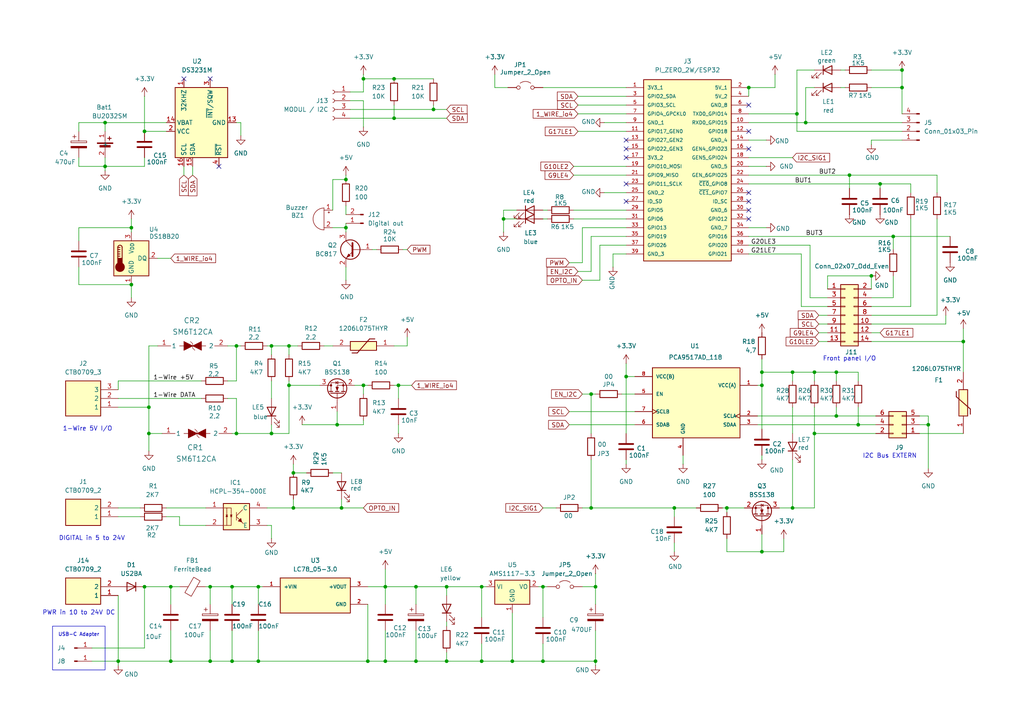
<source format=kicad_sch>
(kicad_sch (version 20250114) (generator "eeschema") (generator_version "9.0")
  (paper "A4")
  (title_block (title "PIDI-BOX-01 Controller with OLED-Touch panel, PI-Zero 2W") (date "2025-08-15") (rev "A1") (company "PIDI-BOX WM-GC") (comment 1 "I2C bus 5V with levelshifter, Int. from ext. I2C") (comment 2 "HW clock DS3231, 1-Wire, Front panel connector, Power: DC12V to 24V 2A") (comment 3 "System Controller bais board for PI Zero 2w or ESP32 (adapter needed)"))
  (rectangle (start 15.24 181.61) (end 30.48 194.31))
  (text "1-Wire 5V I/O" (at 25.4 124.46 0) (effects (font (size 1.27 1.27))))
  (text "PWR in 10 to 24V DC" (at 22.86 177.8 0) (effects (font (size 1.27 1.27))))
  (text "DIGITAL in 5 to 24V" (at 26.67 156.21 0) (effects (font (size 1.27 1.27))))
  (text "I2C Bus EXTERN" (at 258.064 132.334 0) (effects (font (size 1.27 1.27))))
  (text "USB-C Adapter" (at 22.86 184.15 0) (effects (font (size 1.016 1.016))))
  (text "Front panel I/O" (at 246.38 104.14 0) (effects (font (size 1.27 1.27))))
  (junction (at 231.14 33.02))
  (junction (at 114.3 22.86))
  (junction (at 78.74 100.33))
  (junction (at 68.58 100.33))
  (junction (at 99.06 147.32))
  (junction (at 105.41 22.86))
  (junction (at 60.96 170.18))
  (junction (at 85.09 137.16))
  (junction (at 129.54 191.77))
  (junction (at 74.93 170.18))
  (junction (at 97.79 123.19))
  (junction (at 220.98 160.02))
  (junction (at 252.73 80.01))
  (junction (at 217.17 25.4))
  (junction (at 43.18 125.73))
  (junction (at 279.4 99.06))
  (junction (at 38.1 82.55))
  (junction (at 100.33 52.07))
  (junction (at 195.58 147.32))
  (junction (at 172.72 191.77))
  (junction (at 83.82 111.76))
  (junction (at 248.92 123.19))
  (junction (at 242.57 107.95))
  (junction (at 120.65 170.18))
  (junction (at 30.48 35.56))
  (junction (at 83.82 100.33))
  (junction (at 210.82 147.32))
  (junction (at 261.62 25.4))
  (junction (at 259.08 68.58))
  (junction (at 114.3 34.29))
  (junction (at 233.68 35.56))
  (junction (at 111.76 191.77))
  (junction (at 111.76 170.18))
  (junction (at 171.45 147.32))
  (junction (at 236.22 107.95))
  (junction (at 157.48 191.77))
  (junction (at 129.54 170.18))
  (junction (at 139.7 191.77))
  (junction (at 157.48 170.18))
  (junction (at 115.57 111.76))
  (junction (at 106.68 191.77))
  (junction (at 34.29 191.77))
  (junction (at 229.87 107.95))
  (junction (at 255.27 53.34))
  (junction (at 68.58 125.73))
  (junction (at 43.18 118.11))
  (junction (at 49.53 191.77))
  (junction (at 171.45 114.3))
  (junction (at 38.1 66.04))
  (junction (at 139.7 170.18))
  (junction (at 220.98 107.95))
  (junction (at 85.09 147.32))
  (junction (at 236.22 125.73))
  (junction (at 246.38 50.8))
  (junction (at 120.65 191.77))
  (junction (at 74.93 191.77))
  (junction (at 125.73 31.75))
  (junction (at 181.61 109.22))
  (junction (at 242.57 120.65))
  (junction (at 78.74 125.73))
  (junction (at 41.91 38.1))
  (junction (at 100.33 66.04))
  (junction (at 41.91 170.18))
  (junction (at 148.59 191.77))
  (junction (at 220.98 111.76))
  (junction (at 146.05 63.5))
  (junction (at 261.62 20.32))
  (junction (at 172.72 170.18))
  (junction (at 49.53 170.18))
  (junction (at 105.41 111.76))
  (junction (at 30.48 48.26))
  (junction (at 60.96 191.77))
  (junction (at 269.24 123.19))
  (junction (at 67.31 191.77))
  (junction (at 229.87 147.32))
  (junction (at 67.31 170.18))
  (no_connect (at 181.61 43.18))
  (no_connect (at 63.5 48.26))
  (no_connect (at 217.17 43.18))
  (no_connect (at 217.17 30.48))
  (no_connect (at 181.61 40.64))
  (no_connect (at 53.34 22.86))
  (no_connect (at 217.17 58.42))
  (no_connect (at 60.96 22.86))
  (no_connect (at 217.17 60.96))
  (no_connect (at 217.17 38.1))
  (no_connect (at 217.17 63.5))
  (no_connect (at 181.61 58.42))
  (no_connect (at 181.61 53.34))
  (no_connect (at 181.61 45.72))
  (no_connect (at 217.17 55.88))
  (wire (pts (xy 157.48 191.77) (xy 172.72 191.77)))
  (wire (pts (xy 99.06 144.78) (xy 99.06 147.32)))
  (wire (pts (xy 41.91 27.94) (xy 41.91 38.1)))
  (wire (pts (xy 248.92 107.95) (xy 248.92 110.49)))
  (wire (pts (xy 224.79 25.4) (xy 224.79 21.59)))
  (wire (pts (xy 139.7 186.69) (xy 139.7 191.77)))
  (wire (pts (xy 68.58 125.73) (xy 68.58 115.57)))
  (wire (pts (xy 236.22 107.95) (xy 242.57 107.95)))
  (wire (pts (xy 125.73 22.86) (xy 114.3 22.86)))
  (wire (pts (xy 261.62 25.4) (xy 261.62 33.02)))
  (wire (pts (xy 43.18 125.73) (xy 46.99 125.73)))
  (wire (pts (xy 252.73 80.01) (xy 240.03 80.01)))
  (wire (pts (xy 261.62 25.4) (xy 261.62 20.32)))
  (wire (pts (xy 93.98 100.33) (xy 96.52 100.33)))
  (wire (pts (xy 68.58 125.73) (xy 78.74 125.73)))
  (wire (pts (xy 181.61 134.62) (xy 181.61 133.35)))
  (wire (pts (xy 166.37 63.5) (xy 181.61 63.5)))
  (wire (pts (xy 34.29 191.77) (xy 49.53 191.77)))
  (wire (pts (xy 279.4 99.06) (xy 279.4 107.95)))
  (wire (pts (xy 234.95 71.12) (xy 234.95 86.36)))
  (wire (pts (xy 30.48 45.72) (xy 30.48 48.26)))
  (wire (pts (xy 236.22 125.73) (xy 236.22 147.32)))
  (wire (pts (xy 227.33 160.02) (xy 220.98 160.02)))
  (wire (pts (xy 220.98 133.35) (xy 220.98 132.08)))
  (wire (pts (xy 157.48 170.18) (xy 158.75 170.18)))
  (wire (pts (xy 105.41 22.86) (xy 105.41 21.59)))
  (wire (pts (xy 195.58 157.48) (xy 195.58 160.02)))
  (wire (pts (xy 252.73 88.9) (xy 264.16 88.9)))
  (wire (pts (xy 168.91 170.18) (xy 172.72 170.18)))
  (wire (pts (xy 266.7 120.65) (xy 269.24 120.65)))
  (wire (pts (xy 85.09 147.32) (xy 99.06 147.32)))
  (wire (pts (xy 83.82 102.87) (xy 83.82 100.33)))
  (wire (pts (xy 48.26 147.32) (xy 59.69 147.32)))
  (wire (pts (xy 167.64 78.74) (xy 171.45 78.74)))
  (wire (pts (xy 168.91 81.28) (xy 173.99 81.28)))
  (wire (pts (xy 210.82 147.32) (xy 209.55 147.32)))
  (wire (pts (xy 167.64 38.1) (xy 181.61 38.1)))
  (wire (pts (xy 78.74 125.73) (xy 83.82 125.73)))
  (wire (pts (xy 220.98 104.14) (xy 220.98 107.95)))
  (wire (pts (xy 229.87 118.11) (xy 229.87 125.73)))
  (wire (pts (xy 60.96 191.77) (xy 67.31 191.77)))
  (wire (pts (xy 237.49 99.06) (xy 240.03 99.06)))
  (wire (pts (xy 100.33 50.8) (xy 100.33 52.07)))
  (wire (pts (xy 252.73 40.64) (xy 261.62 40.64)))
  (wire (pts (xy 68.58 110.49) (xy 68.58 100.33)))
  (wire (pts (xy 184.15 119.38) (xy 165.1 119.38)))
  (wire (pts (xy 118.11 100.33) (xy 118.11 97.79)))
  (wire (pts (xy 43.18 118.11) (xy 43.18 125.73)))
  (wire (pts (xy 269.24 120.65) (xy 269.24 123.19)))
  (wire (pts (xy 167.64 30.48) (xy 181.61 30.48)))
  (wire (pts (xy 102.87 111.76) (xy 105.41 111.76)))
  (wire (pts (xy 78.74 100.33) (xy 83.82 100.33)))
  (wire (pts (xy 252.73 20.32) (xy 261.62 20.32)))
  (wire (pts (xy 74.93 170.18) (xy 74.93 175.26)))
  (wire (pts (xy 34.29 110.49) (xy 58.42 110.49)))
  (wire (pts (xy 111.76 170.18) (xy 120.65 170.18)))
  (wire (pts (xy 173.99 71.12) (xy 181.61 71.12)))
  (wire (pts (xy 146.05 63.5) (xy 149.86 63.5)))
  (wire (pts (xy 146.05 63.5) (xy 146.05 67.31)))
  (wire (pts (xy 38.1 66.04) (xy 38.1 67.31)))
  (wire (pts (xy 120.65 170.18) (xy 129.54 170.18)))
  (wire (pts (xy 231.14 20.32) (xy 236.22 20.32)))
  (wire (pts (xy 22.86 35.56) (xy 22.86 38.1)))
  (wire (pts (xy 274.32 93.98) (xy 252.73 93.98)))
  (wire (pts (xy 246.38 50.8) (xy 271.78 50.8)))
  (wire (pts (xy 252.73 99.06) (xy 279.4 99.06)))
  (wire (pts (xy 125.73 30.48) (xy 125.73 31.75)))
  (wire (pts (xy 243.84 20.32) (xy 245.11 20.32)))
  (wire (pts (xy 219.71 123.19) (xy 248.92 123.19)))
  (wire (pts (xy 219.71 111.76) (xy 220.98 111.76)))
  (wire (pts (xy 248.92 123.19) (xy 254 123.19)))
  (wire (pts (xy 114.3 100.33) (xy 118.11 100.33)))
  (wire (pts (xy 217.17 40.64) (xy 222.25 40.64)))
  (wire (pts (xy 34.29 115.57) (xy 58.42 115.57)))
  (wire (pts (xy 60.96 170.18) (xy 67.31 170.18)))
  (wire (pts (xy 34.29 191.77) (xy 34.29 193.04)))
  (wire (pts (xy 227.33 156.21) (xy 227.33 160.02)))
  (wire (pts (xy 114.3 34.29) (xy 101.6 34.29)))
  (wire (pts (xy 105.41 29.21) (xy 105.41 36.83)))
  (wire (pts (xy 111.76 170.18) (xy 111.76 175.26)))
  (wire (pts (xy 114.3 22.86) (xy 105.41 22.86)))
  (wire (pts (xy 234.95 86.36) (xy 240.03 86.36)))
  (wire (pts (xy 49.53 182.88) (xy 49.53 191.77)))
  (wire (pts (xy 246.38 50.8) (xy 246.38 54.61)))
  (wire (pts (xy 129.54 170.18) (xy 129.54 172.72)))
  (wire (pts (xy 242.57 118.11) (xy 242.57 120.65)))
  (wire (pts (xy 114.3 30.48) (xy 114.3 34.29)))
  (wire (pts (xy 264.16 88.9) (xy 264.16 63.5)))
  (wire (pts (xy 30.48 48.26) (xy 22.86 48.26)))
  (wire (pts (xy 271.78 50.8) (xy 271.78 55.88)))
  (wire (pts (xy 129.54 191.77) (xy 129.54 189.23)))
  (wire (pts (xy 220.98 107.95) (xy 229.87 107.95)))
  (wire (pts (xy 172.72 114.3) (xy 171.45 114.3)))
  (wire (pts (xy 217.17 25.4) (xy 224.79 25.4)))
  (wire (pts (xy 45.72 74.93) (xy 49.53 74.93)))
  (wire (pts (xy 233.68 35.56) (xy 261.62 35.56)))
  (wire (pts (xy 78.74 123.19) (xy 78.74 125.73)))
  (wire (pts (xy 252.73 91.44) (xy 271.78 91.44)))
  (wire (pts (xy 252.73 25.4) (xy 261.62 25.4)))
  (wire (pts (xy 148.59 191.77) (xy 148.59 177.8)))
  (wire (pts (xy 106.68 170.18) (xy 111.76 170.18)))
  (wire (pts (xy 181.61 109.22) (xy 184.15 109.22)))
  (wire (pts (xy 66.04 100.33) (xy 68.58 100.33)))
  (wire (pts (xy 168.91 76.2) (xy 168.91 66.04)))
  (wire (pts (xy 49.53 170.18) (xy 49.53 175.26)))
  (wire (pts (xy 229.87 107.95) (xy 229.87 110.49)))
  (wire (pts (xy 139.7 170.18) (xy 140.97 170.18)))
  (wire (pts (xy 217.17 71.12) (xy 234.95 71.12)))
  (wire (pts (xy 274.32 91.44) (xy 274.32 93.98)))
  (wire (pts (xy 101.6 26.67) (xy 105.41 26.67)))
  (wire (pts (xy 236.22 107.95) (xy 236.22 110.49)))
  (wire (pts (xy 157.48 147.32) (xy 161.29 147.32)))
  (wire (pts (xy 78.74 110.49) (xy 78.74 115.57)))
  (wire (pts (xy 248.92 118.11) (xy 248.92 123.19)))
  (wire (pts (xy 100.33 66.04) (xy 100.33 67.31)))
  (wire (pts (xy 177.8 73.66) (xy 181.61 73.66)))
  (wire (pts (xy 165.1 123.19) (xy 184.15 123.19)))
  (wire (pts (xy 74.93 182.88) (xy 74.93 191.77)))
  (wire (pts (xy 255.27 53.34) (xy 264.16 53.34)))
  (wire (pts (xy 53.34 48.26) (xy 53.34 50.8)))
  (wire (pts (xy 219.71 120.65) (xy 242.57 120.65)))
  (wire (pts (xy 167.64 33.02) (xy 181.61 33.02)))
  (wire (pts (xy 157.48 25.4) (xy 181.61 25.4)))
  (wire (pts (xy 195.58 147.32) (xy 171.45 147.32)))
  (wire (pts (xy 67.31 182.88) (xy 67.31 191.77)))
  (wire (pts (xy 85.09 144.78) (xy 85.09 147.32)))
  (wire (pts (xy 147.32 25.4) (xy 143.51 25.4)))
  (wire (pts (xy 232.41 88.9) (xy 232.41 73.66)))
  (wire (pts (xy 177.8 77.47) (xy 177.8 73.66)))
  (wire (pts (xy 41.91 170.18) (xy 49.53 170.18)))
  (wire (pts (xy 266.7 125.73) (xy 279.4 125.73)))
  (wire (pts (xy 146.05 60.96) (xy 146.05 63.5)))
  (wire (pts (xy 229.87 147.32) (xy 236.22 147.32)))
  (wire (pts (xy 259.08 80.01) (xy 259.08 86.36)))
  (wire (pts (xy 139.7 191.77) (xy 129.54 191.77)))
  (wire (pts (xy 78.74 152.4) (xy 78.74 156.21)))
  (wire (pts (xy 242.57 107.95) (xy 242.57 110.49)))
  (wire (pts (xy 34.29 118.11) (xy 43.18 118.11)))
  (wire (pts (xy 175.26 55.88) (xy 181.61 55.88)))
  (wire (pts (xy 172.72 166.37) (xy 172.72 170.18)))
  (wire (pts (xy 229.87 107.95) (xy 236.22 107.95)))
  (wire (pts (xy 255.27 53.34) (xy 255.27 54.61)))
  (wire (pts (xy 67.31 170.18) (xy 67.31 175.26)))
  (wire (pts (xy 115.57 111.76) (xy 119.38 111.76)))
  (wire (pts (xy 172.72 182.88) (xy 172.72 191.77)))
  (wire (pts (xy 139.7 170.18) (xy 139.7 179.07)))
  (wire (pts (xy 149.86 60.96) (xy 146.05 60.96)))
  (wire (pts (xy 105.41 26.67) (xy 105.41 22.86)))
  (wire (pts (xy 74.93 170.18) (xy 76.2 170.18)))
  (wire (pts (xy 240.03 80.01) (xy 240.03 83.82)))
  (wire (pts (xy 181.61 109.22) (xy 181.61 125.73)))
  (wire (pts (xy 259.08 86.36) (xy 252.73 86.36)))
  (wire (pts (xy 22.86 77.47) (xy 22.86 82.55)))
  (wire (pts (xy 243.84 25.4) (xy 245.11 25.4)))
  (wire (pts (xy 220.98 111.76) (xy 220.98 124.46)))
  (wire (pts (xy 172.72 170.18) (xy 172.72 175.26)))
  (wire (pts (xy 156.21 170.18) (xy 157.48 170.18)))
  (wire (pts (xy 77.47 152.4) (xy 78.74 152.4)))
  (wire (pts (xy 105.41 111.76) (xy 105.41 114.3)))
  (wire (pts (xy 210.82 160.02) (xy 220.98 160.02)))
  (wire (pts (xy 96.52 52.07) (xy 100.33 52.07)))
  (wire (pts (xy 217.17 33.02) (xy 231.14 33.02)))
  (wire (pts (xy 233.68 25.4) (xy 233.68 35.56)))
  (wire (pts (xy 242.57 107.95) (xy 248.92 107.95)))
  (wire (pts (xy 96.52 66.04) (xy 100.33 66.04)))
  (wire (pts (xy 68.58 100.33) (xy 69.85 100.33)))
  (wire (pts (xy 52.07 149.86) (xy 52.07 152.4)))
  (wire (pts (xy 157.48 60.96) (xy 158.75 60.96)))
  (wire (pts (xy 34.29 110.49) (xy 34.29 113.03)))
  (wire (pts (xy 22.86 66.04) (xy 22.86 69.85)))
  (wire (pts (xy 210.82 147.32) (xy 210.82 148.59)))
  (wire (pts (xy 100.33 64.77) (xy 100.33 66.04)))
  (wire (pts (xy 83.82 111.76) (xy 83.82 125.73)))
  (wire (pts (xy 129.54 191.77) (xy 120.65 191.77)))
  (wire (pts (xy 67.31 125.73) (xy 68.58 125.73)))
  (wire (pts (xy 264.16 53.34) (xy 264.16 55.88)))
  (wire (pts (xy 233.68 25.4) (xy 236.22 25.4)))
  (wire (pts (xy 30.48 35.56) (xy 48.26 35.56)))
  (wire (pts (xy 171.45 133.35) (xy 171.45 147.32)))
  (wire (pts (xy 116.84 72.39) (xy 118.11 72.39)))
  (wire (pts (xy 259.08 68.58) (xy 259.08 72.39)))
  (wire (pts (xy 129.54 180.34) (xy 129.54 181.61)))
  (wire (pts (xy 226.06 147.32) (xy 229.87 147.32)))
  (wire (pts (xy 60.96 182.88) (xy 60.96 191.77)))
  (wire (pts (xy 120.65 191.77) (xy 120.65 182.88)))
  (wire (pts (xy 237.49 96.52) (xy 240.03 96.52)))
  (wire (pts (xy 34.29 149.86) (xy 40.64 149.86)))
  (wire (pts (xy 77.47 147.32) (xy 85.09 147.32)))
  (wire (pts (xy 67.31 170.18) (xy 74.93 170.18)))
  (wire (pts (xy 111.76 191.77) (xy 120.65 191.77)))
  (wire (pts (xy 105.41 111.76) (xy 106.68 111.76)))
  (wire (pts (xy 217.17 50.8) (xy 246.38 50.8)))
  (wire (pts (xy 217.17 68.58) (xy 259.08 68.58)))
  (wire (pts (xy 106.68 191.77) (xy 111.76 191.77)))
  (wire (pts (xy 168.91 114.3) (xy 171.45 114.3)))
  (wire (pts (xy 43.18 100.33) (xy 45.72 100.33)))
  (wire (pts (xy 220.98 107.95) (xy 220.98 111.76)))
  (wire (pts (xy 259.08 68.58) (xy 275.59 68.58)))
  (wire (pts (xy 120.65 170.18) (xy 120.65 175.26)))
  (wire (pts (xy 252.73 83.82) (xy 252.73 80.01)))
  (wire (pts (xy 100.33 77.47) (xy 100.33 81.28)))
  (wire (pts (xy 237.49 91.44) (xy 240.03 91.44)))
  (wire (pts (xy 77.47 100.33) (xy 78.74 100.33)))
  (wire (pts (xy 74.93 191.77) (xy 106.68 191.77)))
  (wire (pts (xy 22.86 82.55) (xy 38.1 82.55)))
  (wire (pts (xy 231.14 38.1) (xy 261.62 38.1)))
  (wire (pts (xy 148.59 191.77) (xy 157.48 191.77)))
  (wire (pts (xy 41.91 38.1) (xy 48.26 38.1)))
  (wire (pts (xy 83.82 111.76) (xy 92.71 111.76)))
  (wire (pts (xy 181.61 105.41) (xy 181.61 109.22)))
  (wire (pts (xy 34.29 147.32) (xy 40.64 147.32)))
  (wire (pts (xy 22.86 35.56) (xy 30.48 35.56)))
  (wire (pts (xy 41.91 45.72) (xy 41.91 48.26)))
  (wire (pts (xy 78.74 100.33) (xy 78.74 102.87)))
  (wire (pts (xy 229.87 133.35) (xy 229.87 147.32)))
  (wire (pts (xy 195.58 147.32) (xy 201.93 147.32)))
  (wire (pts (xy 171.45 68.58) (xy 181.61 68.58)))
  (wire (pts (xy 67.31 191.77) (xy 74.93 191.77)))
  (wire (pts (xy 173.99 81.28) (xy 173.99 71.12)))
  (wire (pts (xy 171.45 78.74) (xy 171.45 68.58)))
  (wire (pts (xy 48.26 149.86) (xy 52.07 149.86)))
  (wire (pts (xy 97.79 123.19) (xy 105.41 123.19)))
  (wire (pts (xy 195.58 147.32) (xy 195.58 149.86)))
  (wire (pts (xy 107.95 72.39) (xy 109.22 72.39)))
  (wire (pts (xy 252.73 40.64) (xy 252.73 41.91)))
  (wire (pts (xy 236.22 125.73) (xy 254 125.73)))
  (wire (pts (xy 43.18 118.11) (xy 43.18 100.33)))
  (wire (pts (xy 125.73 31.75) (xy 101.6 31.75)))
  (wire (pts (xy 59.69 170.18) (xy 60.96 170.18)))
  (wire (pts (xy 83.82 110.49) (xy 83.82 111.76)))
  (wire (pts (xy 129.54 34.29) (xy 114.3 34.29)))
  (wire (pts (xy 83.82 100.33) (xy 86.36 100.33)))
  (wire (pts (xy 66.04 110.49) (xy 68.58 110.49)))
  (wire (pts (xy 236.22 118.11) (xy 236.22 125.73)))
  (wire (pts (xy 85.09 134.62) (xy 85.09 137.16)))
  (wire (pts (xy 166.37 50.8) (xy 181.61 50.8)))
  (wire (pts (xy 111.76 182.88) (xy 111.76 191.77)))
  (wire (pts (xy 217.17 53.34) (xy 255.27 53.34)))
  (wire (pts (xy 231.14 20.32) (xy 231.14 33.02)))
  (wire (pts (xy 38.1 63.5) (xy 38.1 66.04)))
  (wire (pts (xy 242.57 120.65) (xy 254 120.65)))
  (wire (pts (xy 129.54 170.18) (xy 139.7 170.18)))
  (wire (pts (xy 115.57 111.76) (xy 115.57 115.57)))
  (wire (pts (xy 97.79 119.38) (xy 97.79 123.19)))
  (wire (pts (xy 34.29 172.72) (xy 34.29 191.77)))
  (wire (pts (xy 180.34 114.3) (xy 184.15 114.3)))
  (wire (pts (xy 171.45 114.3) (xy 171.45 125.73)))
  (wire (pts (xy 87.63 123.19) (xy 97.79 123.19)))
  (wire (pts (xy 26.67 187.96) (xy 41.91 187.96)))
  (wire (pts (xy 30.48 38.1) (xy 30.48 35.56)))
  (wire (pts (xy 41.91 48.26) (xy 30.48 48.26)))
  (wire (pts (xy 96.52 60.96) (xy 96.52 52.07)))
  (wire (pts (xy 66.04 115.57) (xy 68.58 115.57)))
  (wire (pts (xy 99.06 147.32) (xy 105.41 147.32)))
  (wire (pts (xy 38.1 66.04) (xy 22.86 66.04)))
  (wire (pts (xy 101.6 29.21) (xy 105.41 29.21)))
  (wire (pts (xy 96.52 137.16) (xy 99.06 137.16)))
  (wire (pts (xy 217.17 73.66) (xy 232.41 73.66)))
  (wire (pts (xy 217.17 66.04) (xy 222.25 66.04)))
  (wire (pts (xy 115.57 123.19) (xy 115.57 125.73)))
  (wire (pts (xy 105.41 123.19) (xy 105.41 121.92)))
  (wire (pts (xy 68.58 35.56) (xy 69.85 35.56)))
  (wire (pts (xy 143.51 25.4) (xy 143.51 21.59)))
  (wire (pts (xy 271.78 91.44) (xy 271.78 63.5)))
  (wire (pts (xy 148.59 191.77) (xy 139.7 191.77)))
  (wire (pts (xy 41.91 170.18) (xy 41.91 187.96)))
  (wire (pts (xy 157.48 170.18) (xy 157.48 179.07)))
  (wire (pts (xy 217.17 48.26) (xy 222.25 48.26)))
  (wire (pts (xy 100.33 59.69) (xy 100.33 62.23)))
  (wire (pts (xy 220.98 154.94) (xy 220.98 160.02)))
  (wire (pts (xy 49.53 170.18) (xy 52.07 170.18)))
  (wire (pts (xy 114.3 111.76) (xy 115.57 111.76)))
  (wire (pts (xy 175.26 35.56) (xy 181.61 35.56)))
  (wire (pts (xy 231.14 38.1) (xy 231.14 33.02)))
  (wire (pts (xy 168.91 66.04) (xy 181.61 66.04)))
  (wire (pts (xy 157.48 186.69) (xy 157.48 191.77)))
  (wire (pts (xy 172.72 191.77) (xy 172.72 193.04)))
  (wire (pts (xy 38.1 82.55) (xy 38.1 86.36)))
  (wire (pts (xy 215.9 147.32) (xy 210.82 147.32)))
  (wire (pts (xy 217.17 25.4) (xy 217.17 27.94)))
  (wire (pts (xy 60.96 170.18) (xy 60.96 175.26)))
  (wire (pts (xy 49.53 191.77) (xy 60.96 191.77)))
  (wire (pts (xy 279.4 95.25) (xy 279.4 99.06)))
  (wire (pts (xy 26.67 191.77) (xy 34.29 191.77)))
  (wire (pts (xy 22.86 48.26) (xy 22.86 45.72)))
  (wire (pts (xy 171.45 147.32) (xy 168.91 147.32)))
  (wire (pts (xy 85.09 137.16) (xy 88.9 137.16)))
  (wire (pts (xy 43.18 130.81) (xy 43.18 125.73)))
  (wire (pts (xy 166.37 60.96) (xy 181.61 60.96)))
  (wire (pts (xy 167.64 27.94) (xy 181.61 27.94)))
  (wire (pts (xy 217.17 35.56) (xy 233.68 35.56)))
  (wire (pts (xy 106.68 175.26) (xy 106.68 191.77)))
  (wire (pts (xy 198.12 132.08) (xy 198.12 134.62)))
  (wire (pts (xy 210.82 160.02) (xy 210.82 156.21)))
  (wire (pts (xy 269.24 123.19) (xy 269.24 135.89)))
  (wire (pts (xy 240.03 88.9) (xy 232.41 88.9)))
  (wire (pts (xy 252.73 96.52) (xy 255.27 96.52)))
  (wire (pts (xy 157.48 63.5) (xy 158.75 63.5)))
  (wire (pts (xy 129.54 31.75) (xy 125.73 31.75)))
  (wire (pts (xy 165.1 76.2) (xy 168.91 76.2)))
  (wire (pts (xy 217.17 45.72) (xy 229.87 45.72)))
  (wire (pts (xy 166.37 48.26) (xy 181.61 48.26)))
  (wire (pts (xy 237.49 93.98) (xy 240.03 93.98)))
  (wire (pts (xy 266.7 123.19) (xy 269.24 123.19)))
  (wire (pts (xy 55.88 48.26) (xy 55.88 50.8)))
  (wire (pts (xy 69.85 35.56) (xy 69.85 39.37)))
  (wire (pts (xy 111.76 165.1) (xy 111.76 170.18)))
  (wire (pts (xy 30.48 48.26) (xy 30.48 49.53)))
  (wire (pts (xy 52.07 152.4) (xy 59.69 152.4)))
  (label "BUT2" (at 237.49 50.8 0))
  (label "G21LE7" (at 217.805 73.66 0))
  (label "G20LE3" (at 217.805 71.12 0))
  (label "BUT3" (at 233.68 68.58 0))
  (label "BUT1" (at 230.505 53.34 0))
  (label "1-Wire +5V" (at 44.45 110.49 0))
  (label "1-Wire DATA" (at 44.45 115.57 0))
  (global_label "PWM" (shape input) (at 165.1 76.2 180) (property "Intersheetrefs" "${INTERSHEET_REFS}" (effects (hide yes))))
  (global_label "I2C_SIG1" (shape input) (at 229.87 45.72 0) (property "Intersheetrefs" "${INTERSHEET_REFS}" (effects (hide yes))))
  (global_label "G10LE2" (shape input) (at 237.49 99.06 180) (property "Intersheetrefs" "${INTERSHEET_REFS}" (effects (hide yes))))
  (global_label "1_WIRE_io4" (shape input) (at 49.53 74.93 0) (property "Intersheetrefs" "${INTERSHEET_REFS}" (effects (hide yes))))
  (global_label "SCL" (shape input) (at 165.1 119.38 180) (property "Intersheetrefs" "${INTERSHEET_REFS}" (effects (hide yes))))
  (global_label "G9LE4" (shape input) (at 166.37 50.8 180) (property "Intersheetrefs" "${INTERSHEET_REFS}" (effects (hide yes))))
  (global_label "SDA" (shape input) (at 167.64 27.94 180) (property "Intersheetrefs" "${INTERSHEET_REFS}" (effects (hide yes))))
  (global_label "SCL" (shape input) (at 167.64 30.48 180) (property "Intersheetrefs" "${INTERSHEET_REFS}" (effects (hide yes))))
  (global_label "SDA" (shape input) (at 55.88 50.8 270) (property "Intersheetrefs" "${INTERSHEET_REFS}" (effects (hide yes))))
  (global_label "G17LE1" (shape input) (at 167.64 38.1 180) (property "Intersheetrefs" "${INTERSHEET_REFS}" (effects (hide yes))))
  (global_label "SCL" (shape input) (at 237.49 93.98 180) (property "Intersheetrefs" "${INTERSHEET_REFS}" (effects (hide yes))))
  (global_label "G9LE4" (shape input) (at 237.49 96.52 180) (property "Intersheetrefs" "${INTERSHEET_REFS}" (effects (hide yes))))
  (global_label "SDA" (shape input) (at 165.1 123.19 180) (property "Intersheetrefs" "${INTERSHEET_REFS}" (effects (hide yes))))
  (global_label "SDA" (shape input) (at 129.54 34.29 0) (property "Intersheetrefs" "${INTERSHEET_REFS}" (effects (hide yes))))
  (global_label "OPTO_IN" (shape input) (at 168.91 81.28 180) (property "Intersheetrefs" "${INTERSHEET_REFS}" (effects (hide yes))))
  (global_label "PWM" (shape input) (at 118.11 72.39 0) (property "Intersheetrefs" "${INTERSHEET_REFS}" (effects (hide yes))))
  (global_label "OPTO_IN" (shape input) (at 105.41 147.32 0) (property "Intersheetrefs" "${INTERSHEET_REFS}" (effects (hide yes))))
  (global_label "1_WIRE_io4" (shape input) (at 167.64 33.02 180) (property "Intersheetrefs" "${INTERSHEET_REFS}" (effects (hide yes))))
  (global_label "G10LE2" (shape input) (at 166.37 48.26 180) (property "Intersheetrefs" "${INTERSHEET_REFS}" (effects (hide yes))))
  (global_label "I2C_SIG1" (shape input) (at 157.48 147.32 180) (property "Intersheetrefs" "${INTERSHEET_REFS}" (effects (hide yes))))
  (global_label "SCL" (shape input) (at 129.54 31.75 0) (property "Intersheetrefs" "${INTERSHEET_REFS}" (effects (hide yes))))
  (global_label "EN_I2C" (shape input) (at 167.64 78.74 180) (property "Intersheetrefs" "${INTERSHEET_REFS}" (effects (hide yes))))
  (global_label "SDA" (shape input) (at 237.49 91.44 180) (property "Intersheetrefs" "${INTERSHEET_REFS}" (effects (hide yes))))
  (global_label "SCL" (shape input) (at 53.34 50.8 270) (property "Intersheetrefs" "${INTERSHEET_REFS}" (effects (hide yes))))
  (global_label "1_WIRE_io4" (shape input) (at 119.38 111.76 0) (property "Intersheetrefs" "${INTERSHEET_REFS}" (effects (hide yes))))
  (global_label "G17LE1" (shape input) (at 255.27 96.52 0) (property "Intersheetrefs" "${INTERSHEET_REFS}" (effects (hide yes))))
  (global_label "EN_I2C" (shape input) (at 168.91 114.3 180) (property "Intersheetrefs" "${INTERSHEET_REFS}" (effects (hide yes))))
  (symbol (lib_id "Diode:US2BA") (at 38.1 170.18 180) (unit 1)
    (property "Reference" "D1" (at 38.1 163.83 0))
    (property "Value" "US2BA" (at 38.1 166.37 0))
    (property "Footprint" "Diode_SMD:D_SMA" (effects (hide yes)))
    (property "Datasheet" "https://www.onsemi.com/pub/Collateral/US2AA-D.PDF" (effects (hide yes)))
    (property "Description" "100V, 1.5A, General Purpose Rectifier Diode, SMA(DO-214AC)" (effects (hide yes)))
    (property "Sim.Device" "D" (effects (hide yes)))
    (property "Sim.Pins" "1=K 2=A" (effects (hide yes)))
  )
  (symbol (lib_id "Device:LED") (at 240.03 25.4 0) (unit 1)
    (property "Reference" "LE1" (at 240.284 29.464 0))
    (property "Value" "red" (at 240.284 32.004 0))
    (property "Footprint" "LED_SMD:LED_0603_1608Metric" (effects (hide yes)))
    (property "Description" "Light emitting diode" (effects (hide yes)))
    (property "Sim.Pins" "1=K 2=A" (effects (hide yes)))
  )
  (symbol (lib_id "My_Library:SM6T12CA") (at 57.15 125.73 0) (unit 1)
    (property "Reference" "CR1" (at 56.642 129.794 0) (effects (font (size 1.524 1.524))))
    (property "Value" "SM6T12CA" (at 56.896 133.096 0) (effects (font (size 1.524 1.524))))
    (property "Footprint" "MYlib_GLOBAL:SMB_STM" (effects (hide yes)))
    (property "Datasheet" "SM6T12CA" (effects (hide yes)))
    (property "Description" "TSV 600W  12V" (effects (hide yes)))
  )
  (symbol (lib_id "power:+3.3V") (at 143.51 21.59 0) (mirror y) (unit 1)
    (property "Reference" "#PWR042" (effects (hide yes)))
    (property "Value" "+3.3V" (at 143.51 16.51 0))
    (property "Description" "Power symbol creates a global label with name \"+3.3V\"" (effects (hide yes)))
  )
  (symbol (lib_id "power:GND") (at 100.33 81.28 0) (mirror y) (unit 1)
    (property "Reference" "#PWR037" (effects (hide yes)))
    (property "Value" "GND" (at 100.584 86.106 0))
    (property "Description" "Power symbol creates a global label with name \"GND\" , ground" (effects (hide yes)))
  )
  (symbol (lib_id "Device:C") (at 111.76 179.07 0) (unit 1)
    (property "Reference" "C12" (at 114.046 182.118 0) (effects (justify left)))
    (property "Value" "100nF" (at 111.76 184.15 0) (effects (justify left)))
    (property "Footprint" "Capacitor_SMD:C_0603_1608Metric" (effects (hide yes)))
    (property "Description" "Unpolarized capacitor" (effects (hide yes)))
  )
  (symbol (lib_name "LED_7") (lib_id "Device:LED") (at 229.87 129.54 90) (unit 1)
    (property "Reference" "LE7" (at 231.394 127.508 90) (effects (justify right)))
    (property "Value" "red" (at 231.394 129.794 90) (effects (justify right)))
    (property "Footprint" "LED_SMD:LED_0603_1608Metric" (effects (hide yes)))
    (property "Description" "Light emitting diode" (effects (hide yes)))
    (property "Sim.Pins" "1=K 2=A" (effects (hide yes)))
  )
  (symbol (lib_id "Device:C_Polarized") (at 172.72 179.07 0) (unit 1)
    (property "Reference" "C9" (at 165.1 179.832 0) (effects (justify left)))
    (property "Value" "470UF" (at 165.608 182.626 0) (effects (justify left)))
    (property "Footprint" "Capacitor_Tantalum_SMD:CP_EIA-7343-31_Kemet-D_Pad2.25x2.55mm_HandSolder" (effects (hide yes)))
    (property "Description" "Polarized capacitor" (effects (hide yes)))
  )
  (symbol (lib_id "power:GND") (at 269.24 135.89 0) (unit 1)
    (property "Reference" "#PWR017" (effects (hide yes)))
    (property "Value" "GND" (at 269.24 140.97 0))
    (property "Description" "Power symbol creates a global label with name \"GND\" , ground" (effects (hide yes)))
  )
  (symbol (lib_id "power:+5V") (at 224.79 21.59 0) (unit 1)
    (property "Reference" "#PWR07" (effects (hide yes)))
    (property "Value" "+5V" (at 224.79 16.51 0))
    (property "Description" "Power symbol creates a global label with name \"+5V\"" (effects (hide yes)))
  )
  (symbol (lib_id "power:GND") (at 30.48 49.53 0) (unit 1)
    (property "Reference" "#PWR03" (effects (hide yes)))
    (property "Value" "GND" (at 30.48 54.61 0))
    (property "Description" "Power symbol creates a global label with name \"GND\" , ground" (effects (hide yes)))
  )
  (symbol (lib_id "Device:C") (at 157.48 182.88 0) (unit 1)
    (property "Reference" "C10" (at 160.528 183.388 0) (effects (justify left)))
    (property "Value" "100nF" (at 158.242 185.42 0) (effects (justify left)))
    (property "Footprint" "Capacitor_SMD:C_0603_1608Metric" (effects (hide yes)))
    (property "Description" "Unpolarized capacitor" (effects (hide yes)))
  )
  (symbol (lib_id "power:GND") (at 220.98 133.35 0) (unit 1)
    (property "Reference" "#PWR015" (effects (hide yes)))
    (property "Value" "GND" (at 225.298 136.398 0))
    (property "Description" "Power symbol creates a global label with name \"GND\" , ground" (effects (hide yes)))
  )
  (symbol (lib_id "Regulator_Linear:AMS1117-3.3") (at 148.59 170.18 0) (unit 1)
    (property "Reference" "U5" (at 148.59 163.83 0))
    (property "Value" "AMS1117-3.3" (at 148.59 166.37 0))
    (property "Footprint" "Package_TO_SOT_SMD:SOT-223-3_TabPin2" (effects (hide yes)))
    (property "Datasheet" "http://www.advanced-monolithic.com/pdf/ds1117.pdf" (effects (hide yes)))
    (property "Description" "1A Low Dropout regulator, positive, 3.3V fixed output, SOT-223" (effects (hide yes)))
  )
  (symbol (lib_id "power:GND") (at 105.41 36.83 0) (mirror y) (unit 1)
    (property "Reference" "#PWR035" (effects (hide yes)))
    (property "Value" "GND" (at 105.41 41.91 0))
    (property "Description" "Power symbol creates a global label with name \"GND\" , ground" (effects (hide yes)))
  )
  (symbol (lib_id "My_Library:LC78_05-3.0") (at 91.44 172.72 0) (unit 1)
    (property "Reference" "U3" (at 91.44 162.56 0))
    (property "Value" "LC78_05-3.0" (at 91.44 165.1 0))
    (property "Footprint" "MYlib_GLOBAL:VREG_LC78_05-3.0" (effects (hide yes)))
    (property "Datasheet" "https://gaptec-electronic.com/datenblaetter/LC78_3.0.pdf" (effects (hide yes)))
    (property "Description" "VREG_LC78_05-3.0  DCDC non isolated" (effects (hide yes)))
    (property "MF" "Gaptec" (effects (hide yes)))
    (property "MAXIMUM_PACKAGE_HEIGHT" "10.20mm" (effects (hide yes)))
    (property "Package" "Package" (effects (hide yes)))
    (property "Price" "None" (effects (hide yes)))
    (property "Check_prices" "https://www.snapeda.com/parts/LC78_05-3.0/Gaptec/view-part/?ref=eda" (effects (hide yes)))
    (property "STANDARD" "Manufacturer Recommendations" (effects (hide yes)))
    (property "PARTREV" "2022-1.3" (effects (hide yes)))
    (property "SnapEDA_Link" "https://www.snapeda.com/parts/LC78_05-3.0/Gaptec/view-part/?ref=snap" (effects (hide yes)))
    (property "MP" "LC78_05-3.0" (effects (hide yes)))
    (property "Description_1" "\nNon-Isolated PoL Module DC DC Converter 1 Output 5V - - - 3A 6.5V - 28V Input\n" (effects (hide yes)))
    (property "MANUFACTURER" "Gaptec Electronic" (effects (hide yes)))
  )
  (symbol (lib_id "power:+3.3V") (at 41.91 27.94 0) (unit 1)
    (property "Reference" "#PWR033" (effects (hide yes)))
    (property "Value" "+3.3V" (at 41.91 22.86 0))
    (property "Description" "Power symbol creates a global label with name \"+3.3V\"" (effects (hide yes)))
  )
  (symbol (lib_id "My_Library:Polyfuse 0,75A") (at 114.3 100.33 180) (unit 1)
    (property "Reference" "F2" (at 105.41 92.71 0))
    (property "Value" "1206L075THYR" (at 105.41 95.25 0))
    (property "Footprint" "MYlib_GLOBAL:1206L05015YR" (effects (hide yes)))
    (property "Datasheet" "https://m.littelfuse.com/~/media/electronics/datasheets/resettable_ptcs/littelfuse_ptc_1206l_datasheet.pdf.pdf" (effects (hide yes)))
    (property "Description" "Resettable Fuses - PPTC PTC 8V 1206 0.75A POLYFUSE SMD THIN" (effects (hide yes)))
    (property "Height" "0.75" (effects (hide yes)))
    (property "Manufacturer_Name" "LITTELFUSE" (effects (hide yes)))
    (property "Manufacturer_Part_Number" "1206L075THYR" (effects (hide yes)))
    (property "Mouser Part Number" "576-1206L075THYR" (effects (hide yes)))
    (property "Mouser Price/Stock" "https://www.mouser.co.uk/ProductDetail/Littelfuse/1206L075THYR?qs=eUFwbO5xkChRsIXzzQG%2FMA%3D%3D" (effects (hide yes)))
    (property "Arrow Part Number" "1206L075THYR" (effects (hide yes)))
    (property "Arrow Price/Stock" "https://www.arrow.com/en/products/1206l075thyr/littelfuse?region=nac" (effects (hide yes)))
  )
  (symbol (lib_id "Device:R") (at 110.49 111.76 90) (unit 1)
    (property "Reference" "R14" (at 110.49 105.41 90))
    (property "Value" "100" (at 110.49 107.95 90))
    (property "Footprint" "Resistor_SMD:R_0603_1608Metric" (effects (hide yes)))
    (property "Description" "Resistor" (effects (hide yes)))
  )
  (symbol (lib_name "LED_6") (lib_id "Device:LED") (at 99.06 140.97 90) (unit 1)
    (property "Reference" "LE8" (at 101.6 139.7 90) (effects (justify right)))
    (property "Value" "red" (at 101.6 141.605 90) (effects (justify right)))
    (property "Footprint" "LED_SMD:LED_0603_1608Metric" (effects (hide yes)))
    (property "Description" "Light emitting diode" (effects (hide yes)))
    (property "Sim.Pins" "1=K 2=A" (effects (hide yes)))
  )
  (symbol (lib_id "Device:R") (at 248.92 20.32 90) (unit 1)
    (property "Reference" "R3" (at 248.666 16.51 90))
    (property "Value" "1K5" (at 248.92 18.288 90))
    (property "Footprint" "Resistor_SMD:R_0603_1608Metric" (effects (hide yes)))
    (property "Description" "Resistor" (effects (hide yes)))
  )
  (symbol (lib_name "LED_5") (lib_id "Device:LED") (at 129.54 176.53 90) (unit 1)
    (property "Reference" "LE6" (at 127.635 165.1 90) (effects (justify right)))
    (property "Value" "yellow" (at 127.635 167.64 90) (effects (justify right)))
    (property "Footprint" "LED_SMD:LED_0603_1608Metric" (effects (hide yes)))
    (property "Description" "Light emitting diode" (effects (hide yes)))
    (property "Sim.Pins" "1=K 2=A" (effects (hide yes)))
  )
  (symbol (lib_id "Device:R") (at 236.22 114.3 180) (unit 1)
    (property "Reference" "R26" (at 231.394 113.284 0) (effects (justify right)))
    (property "Value" "4K7" (at 231.394 115.57 0) (effects (justify right)))
    (property "Footprint" "Resistor_SMD:R_0603_1608Metric" (effects (hide yes)))
    (property "Description" "Resistor" (effects (hide yes)))
  )
  (symbol (lib_id "My_Library:CTB0709_3") (at 34.29 118.11 180) (unit 1)
    (property "Reference" "J2" (at 24.13 105.41 0))
    (property "Value" "CTB0709_3" (at 24.13 107.95 0))
    (property "Footprint" "MYlib_GLOBAL:CTB07093" (effects (hide yes)))
    (property "Datasheet" "https://www.camdenboss.com/products/datasheet/CTB0709_series_D.pdf" (effects (hide yes)))
    (property "Description" "TERMINAL BLOCK, WIRE TO BRD, 3POS, 12AWG" (effects (hide yes)))
    (property "Height" "18" (effects (hide yes)))
    (property "Manufacturer_Name" "CamdenBoss Ltd" (effects (hide yes)))
    (property "Manufacturer_Part_Number" "CTB0709/3" (effects (hide yes)))
    (property "Arrow Part Number" "CTB0709/3" (effects (hide yes)))
    (property "Arrow Price/Stock" "https://www.arrow.com/en/products/ctb07093/camdenboss-ltd" (effects (hide yes)))
  )
  (symbol (lib_id "Sensor_Temperature:DS18B20") (at 38.1 74.93 0) (unit 1)
    (property "Reference" "U4" (at 45.974 66.548 0) (effects (justify right)))
    (property "Value" "DS18B20" (at 52.07 68.58 0) (effects (justify right)))
    (property "Footprint" "Package_TO_SOT_THT:TO-92_Inline" (effects (hide yes)))
    (property "Datasheet" "http://datasheets.maximintegrated.com/en/ds/DS18B20.pdf" (effects (hide yes)))
    (property "Description" "Programmable Resolution 1-Wire Digital Thermometer TO-92" (effects (hide yes)))
  )
  (symbol (lib_id "Device:C") (at 181.61 129.54 0) (unit 1)
    (property "Reference" "C1" (at 184.658 130.048 0) (effects (justify left)))
    (property "Value" "100nF" (at 182.372 132.08 0) (effects (justify left)))
    (property "Footprint" "Capacitor_SMD:C_0603_1608Metric" (effects (hide yes)))
    (property "Description" "Unpolarized capacitor" (effects (hide yes)))
  )
  (symbol (lib_id "Connector_Generic:Conn_02x07_Odd_Even") (at 245.11 91.44 0) (unit 1)
    (property "Reference" "J11" (at 245.11 102.108 0) (effects (justify left)))
    (property "Value" "Conn_02x07_Odd_Even" (at 236.22 77.216 0) (effects (justify left)))
    (property "Footprint" "Connector_IDC:IDC-Header_2x07_P2.54mm_Vertical" (effects (hide yes)))
    (property "Description" "Generic connector, double row, 02x07, odd/even pin numbering scheme (row 1 odd numbers, row 2 even numbers), script generated (kicad-library-utils/schlib/autogen/connector/)" (effects (hide yes)))
  )
  (symbol (lib_id "Device:R") (at 171.45 129.54 180) (unit 1)
    (property "Reference" "JP3" (at 175.006 131.572 0))
    (property "Value" "00" (at 174.625 128.905 0))
    (property "Footprint" "Resistor_SMD:R_0805_2012Metric" (effects (hide yes)))
    (property "Description" "Resistor" (effects (hide yes)))
  )
  (symbol (lib_id "Device:LED") (at 240.03 20.32 0) (unit 1)
    (property "Reference" "LE2" (at 239.776 15.24 0))
    (property "Value" "green" (at 239.776 17.526 0))
    (property "Footprint" "LED_SMD:LED_0603_1608Metric" (effects (hide yes)))
    (property "Description" "Light emitting diode" (effects (hide yes)))
    (property "Sim.Pins" "1=K 2=A" (effects (hide yes)))
  )
  (symbol (lib_name "LED_3") (lib_id "Device:LED") (at 78.74 119.38 90) (unit 1)
    (property "Reference" "LE5" (at 73.025 118.11 90) (effects (justify right)))
    (property "Value" "blue" (at 73.406 120.904 90) (effects (justify right)))
    (property "Footprint" "LED_SMD:LED_0603_1608Metric" (effects (hide yes)))
    (property "Description" "Light emitting diode" (effects (hide yes)))
    (property "Sim.Pins" "1=K 2=A" (effects (hide yes)))
  )
  (symbol (lib_id "Device:R") (at 176.53 114.3 270) (unit 1)
    (property "Reference" "JP4" (at 176.53 111.506 90))
    (property "Value" "00" (at 176.53 109.22 90))
    (property "Footprint" "Resistor_SMD:R_0805_2012Metric" (effects (hide yes)))
    (property "Description" "Resistor" (effects (hide yes)))
  )
  (symbol (lib_id "Connector:Conn_01x01_Pin") (at 21.59 191.77 0) (unit 1)
    (property "Reference" "J8" (at 17.78 191.77 0))
    (property "Value" "Conn_01x01_Pin" (effects (hide yes)))
    (property "Footprint" "Connector_PinHeader_2.54mm:PinHeader_1x01_P2.54mm_Vertical" (effects (hide yes)))
    (property "Description" "Generic connector, single row, 01x01, script generated" (effects (hide yes)))
  )
  (symbol (lib_id "power:GND") (at 252.73 41.91 0) (unit 1)
    (property "Reference" "#PWR040" (effects (hide yes)))
    (property "Value" "GND" (at 252.984 45.72 0))
    (property "Description" "Power symbol creates a global label with name \"GND\" , ground" (effects (hide yes)))
  )
  (symbol (lib_id "Device:R") (at 242.57 114.3 180) (unit 1)
    (property "Reference" "R30" (at 237.744 113.284 0) (effects (justify right)))
    (property "Value" "4K7" (at 237.744 115.57 0) (effects (justify right)))
    (property "Footprint" "Resistor_SMD:R_0603_1608Metric" (effects (hide yes)))
    (property "Description" "Resistor" (effects (hide yes)))
  )
  (symbol (lib_id "Device:C") (at 255.27 58.42 0) (unit 1)
    (property "Reference" "C6" (at 258.318 58.166 0) (effects (justify left)))
    (property "Value" "100nF" (at 256.032 60.96 0) (effects (justify left)))
    (property "Footprint" "Capacitor_SMD:C_0603_1608Metric" (effects (hide yes)))
    (property "Description" "Unpolarized capacitor" (effects (hide yes)))
  )
  (symbol (lib_id "Device:C") (at 195.58 153.67 0) (mirror y) (unit 1)
    (property "Reference" "C18" (at 192.532 154.178 0) (effects (justify left)))
    (property "Value" "10nF" (at 194.818 156.21 0) (effects (justify left)))
    (property "Footprint" "Capacitor_SMD:C_0603_1608Metric" (effects (hide yes)))
    (property "Description" "Unpolarized capacitor" (effects (hide yes)))
  )
  (symbol (lib_id "Device:FerriteBead") (at 55.88 170.18 90) (unit 1)
    (property "Reference" "FB1" (at 55.8292 162.56 90))
    (property "Value" "FerriteBead" (at 55.8292 165.1 90))
    (property "Footprint" "Inductor_SMD:L_2010_5025Metric_Pad1.52x2.65mm_HandSolder" (effects (hide yes)))
    (property "Description" "Ferrite bead" (effects (hide yes)))
  )
  (symbol (lib_id "power:+3.3V") (at 172.72 166.37 0) (unit 1)
    (property "Reference" "#PWR05" (effects (hide yes)))
    (property "Value" "+3.3V" (at 172.72 161.29 0))
    (property "Description" "Power symbol creates a global label with name \"+3.3V\"" (effects (hide yes)))
  )
  (symbol (lib_id "power:GND") (at 34.29 193.04 0) (unit 1)
    (property "Reference" "#PWR01" (effects (hide yes)))
    (property "Value" "GND" (at 38.1 195.58 0))
    (property "Description" "Power symbol creates a global label with name \"GND\" , ground" (effects (hide yes)))
  )
  (symbol (lib_id "Device:R") (at 100.33 55.88 180) (unit 1)
    (property "Reference" "R20" (at 102.87 54.6099 0) (effects (justify right)))
    (property "Value" "100" (at 102.87 57.1499 0) (effects (justify right)))
    (property "Footprint" "Resistor_SMD:R_0603_1608Metric" (effects (hide yes)))
    (property "Description" "Resistor" (effects (hide yes)))
  )
  (symbol (lib_id "Device:R") (at 83.82 106.68 180) (unit 1)
    (property "Reference" "R15" (at 86.36 105.4099 0) (effects (justify right)))
    (property "Value" "4K7" (at 86.36 107.9499 0) (effects (justify right)))
    (property "Footprint" "Resistor_SMD:R_0603_1608Metric" (effects (hide yes)))
    (property "Description" "Resistor" (effects (hide yes)))
  )
  (symbol (lib_name "LED_2") (lib_id "Device:LED") (at 153.67 60.96 0) (unit 1)
    (property "Reference" "LE4" (at 153.416 55.88 0))
    (property "Value" "red" (at 153.416 58.166 0))
    (property "Footprint" "LED_SMD:LED_0603_1608Metric" (effects (hide yes)))
    (property "Description" "Light emitting diode" (effects (hide yes)))
    (property "Sim.Pins" "1=K 2=A" (effects (hide yes)))
  )
  (symbol (lib_id "Device:R") (at 62.23 115.57 90) (unit 1)
    (property "Reference" "R10" (at 62.23 118.364 90))
    (property "Value" "2,2" (at 62.23 120.65 90))
    (property "Footprint" "Resistor_SMD:R_0805_2012Metric" (effects (hide yes)))
    (property "Description" "Resistor" (effects (hide yes)))
  )
  (symbol (lib_id "Device:C") (at 67.31 179.07 0) (unit 1)
    (property "Reference" "C19" (at 67.31 175.26 0) (effects (justify left)))
    (property "Value" "100nF" (at 67.31 181.61 0) (effects (justify left)))
    (property "Footprint" "Capacitor_SMD:C_0603_1608Metric" (effects (hide yes)))
    (property "Description" "Unpolarized capacitor" (effects (hide yes)))
  )
  (symbol (lib_id "power:+3.3V") (at 85.09 134.62 0) (mirror y) (unit 1)
    (property "Reference" "#PWR012" (effects (hide yes)))
    (property "Value" "+3.3V" (at 85.09 129.54 0))
    (property "Description" "Power symbol creates a global label with name \"+3.3V\"" (effects (hide yes)))
  )
  (symbol (lib_id "power:GND") (at 255.27 62.23 0) (unit 1)
    (property "Reference" "#PWR024" (effects (hide yes)))
    (property "Value" "GND" (at 258.572 64.516 0))
    (property "Description" "Power symbol creates a global label with name \"GND\" , ground" (effects (hide yes)))
  )
  (symbol (lib_id "Device:R") (at 105.41 118.11 180) (unit 1)
    (property "Reference" "R13" (at 107.95 116.8399 0) (effects (justify right)))
    (property "Value" "4K7" (at 107.95 119.3799 0) (effects (justify right)))
    (property "Footprint" "Resistor_SMD:R_0603_1608Metric" (effects (hide yes)))
    (property "Description" "Resistor" (effects (hide yes)))
  )
  (symbol (lib_id "Device:R") (at 62.23 110.49 90) (unit 1)
    (property "Reference" "R5" (at 61.976 106.172 90))
    (property "Value" "2,2" (at 61.976 108.458 90))
    (property "Footprint" "Resistor_SMD:R_0805_2012Metric" (effects (hide yes)))
    (property "Description" "Resistor" (effects (hide yes)))
  )
  (symbol (lib_id "power:+3.3V") (at 105.41 21.59 0) (mirror y) (unit 1)
    (property "Reference" "#PWR036" (effects (hide yes)))
    (property "Value" "+3.3V" (at 105.41 16.51 0))
    (property "Description" "Power symbol creates a global label with name \"+3.3V\"" (effects (hide yes)))
  )
  (symbol (lib_id "power:GND") (at 172.72 193.04 0) (unit 1)
    (property "Reference" "#PWR034" (effects (hide yes)))
    (property "Value" "GND" (at 168.91 194.31 0))
    (property "Description" "Power symbol creates a global label with name \"GND\" , ground" (effects (hide yes)))
  )
  (symbol (lib_id "Device:R") (at 125.73 26.67 0) (mirror x) (unit 1)
    (property "Reference" "R21" (at 123.19 25.3999 0) (effects (justify right)))
    (property "Value" "10K" (at 123.19 27.9399 0) (effects (justify right)))
    (property "Footprint" "Resistor_SMD:R_0603_1608Metric" (effects (hide yes)))
    (property "Description" "Resistor" (effects (hide yes)))
  )
  (symbol (lib_id "power:+3.3V") (at 87.63 123.19 0) (mirror y) (unit 1)
    (property "Reference" "#PWR045" (effects (hide yes)))
    (property "Value" "+3.3V" (at 87.63 118.11 0))
    (property "Description" "Power symbol creates a global label with name \"+3.3V\"" (effects (hide yes)))
  )
  (symbol (lib_id "power:GND") (at 275.59 76.2 0) (unit 1)
    (property "Reference" "#PWR023" (effects (hide yes)))
    (property "Value" "GND" (at 275.59 81.28 0))
    (property "Description" "Power symbol creates a global label with name \"GND\" , ground" (effects (hide yes)))
  )
  (symbol (lib_id "power:GND") (at 222.25 48.26 90) (unit 1)
    (property "Reference" "#PWR027" (effects (hide yes)))
    (property "Value" "GND" (at 226.06 48.2599 90) (effects (justify right)))
    (property "Description" "Power symbol creates a global label with name \"GND\" , ground" (effects (hide yes)))
  )
  (symbol (lib_id "power:GND") (at 43.18 130.81 0) (unit 1)
    (property "Reference" "#PWR010" (effects (hide yes)))
    (property "Value" "GND" (at 43.18 135.89 0))
    (property "Description" "Power symbol creates a global label with name \"GND\" , ground" (effects (hide yes)))
  )
  (symbol (lib_id "Device:R") (at 264.16 59.69 0) (unit 1)
    (property "Reference" "R19" (at 267.335 58.42 0))
    (property "Value" "1K5" (at 267.335 60.325 0))
    (property "Footprint" "Resistor_SMD:R_0603_1608Metric" (effects (hide yes)))
    (property "Description" "Resistor" (effects (hide yes)))
  )
  (symbol (lib_id "Device:R") (at 113.03 72.39 270) (unit 1)
    (property "Reference" "R24" (at 113.03 67.31 90))
    (property "Value" "10K" (at 113.03 69.342 90))
    (property "Footprint" "Resistor_SMD:R_0603_1608Metric" (effects (hide yes)))
    (property "Description" "Resistor" (effects (hide yes)))
  )
  (symbol (lib_id "Device:R") (at 210.82 152.4 0) (mirror x) (unit 1)
    (property "Reference" "R25" (at 208.28 151.1299 0) (effects (justify right)))
    (property "Value" "4K7" (at 208.28 153.6699 0) (effects (justify right)))
    (property "Footprint" "Resistor_SMD:R_0603_1608Metric" (effects (hide yes)))
    (property "Description" "Resistor" (effects (hide yes)))
  )
  (symbol (lib_id "Device:C_Polarized") (at 22.86 41.91 0) (unit 1)
    (property "Reference" "C4" (at 17.145 44.45 0) (effects (justify left)))
    (property "Value" "470uF" (at 15.875 46.99 0) (effects (justify left)))
    (property "Footprint" "Capacitor_Tantalum_SMD:CP_EIA-7343-31_Kemet-D" (effects (hide yes)))
    (property "Description" "Polarized capacitor" (effects (hide yes)))
  )
  (symbol (lib_id "power:+3.3V") (at 261.62 20.32 0) (unit 1)
    (property "Reference" "#PWR041" (effects (hide yes)))
    (property "Value" "+3.3V" (at 261.62 15.24 0))
    (property "Description" "Power symbol creates a global label with name \"+3.3V\"" (effects (hide yes)))
  )
  (symbol (lib_name "LED_1") (lib_id "Device:LED") (at 153.67 63.5 0) (unit 1)
    (property "Reference" "LE3" (at 153.924 67.564 0))
    (property "Value" "blue" (at 153.924 70.104 0))
    (property "Footprint" "LED_SMD:LED_0603_1608Metric" (effects (hide yes)))
    (property "Description" "Light emitting diode" (effects (hide yes)))
    (property "Sim.Pins" "1=K 2=A" (effects (hide yes)))
  )
  (symbol (lib_id "power:GND") (at 175.26 55.88 270) (unit 1)
    (property "Reference" "#PWR030" (effects (hide yes)))
    (property "Value" "GND" (at 172.72 55.626 90) (effects (justify right)))
    (property "Description" "Power symbol creates a global label with name \"GND\" , ground" (effects (hide yes)))
  )
  (symbol (lib_id "Device:C") (at 275.59 72.39 0) (unit 1)
    (property "Reference" "C8" (at 279.908 72.898 0) (effects (justify left)))
    (property "Value" "100nF" (at 277.622 74.93 0) (effects (justify left)))
    (property "Footprint" "Capacitor_SMD:C_0603_1608Metric" (effects (hide yes)))
    (property "Description" "Unpolarized capacitor" (effects (hide yes)))
  )
  (symbol (lib_id "Device:C_Polarized") (at 60.96 179.07 0) (unit 1)
    (property "Reference" "C17" (at 54.61 181.61 0) (effects (justify left)))
    (property "Value" "100uF" (at 53.34 184.15 0) (effects (justify left)))
    (property "Footprint" "Capacitor_SMD:CP_Elec_8x10" (effects (hide yes)))
    (property "Description" "Polarized capacitor" (effects (hide yes)))
  )
  (symbol (lib_id "power:+3.3V") (at 38.1 63.5 0) (unit 1)
    (property "Reference" "#PWR020" (effects (hide yes)))
    (property "Value" "+3.3V" (at 38.1 58.42 0))
    (property "Description" "Power symbol creates a global label with name \"+3.3V\"" (effects (hide yes)))
  )
  (symbol (lib_id "Device:R") (at 205.74 147.32 270) (mirror x) (unit 1)
    (property "Reference" "R27" (at 205.74 140.97 90))
    (property "Value" "100" (at 205.74 143.51 90))
    (property "Footprint" "Resistor_SMD:R_0603_1608Metric" (effects (hide yes)))
    (property "Description" "Resistor" (effects (hide yes)))
  )
  (symbol (lib_id "Device:R") (at 114.3 26.67 0) (mirror x) (unit 1)
    (property "Reference" "R23" (at 111.76 25.3999 0) (effects (justify right)))
    (property "Value" "10K" (at 111.76 27.9399 0) (effects (justify right)))
    (property "Footprint" "Resistor_SMD:R_0603_1608Metric" (effects (hide yes)))
    (property "Description" "Resistor" (effects (hide yes)))
  )
  (symbol (lib_id "power:GND") (at 175.26 35.56 270) (unit 1)
    (property "Reference" "#PWR031" (effects (hide yes)))
    (property "Value" "GND" (at 172.72 35.306 90) (effects (justify right)))
    (property "Description" "Power symbol creates a global label with name \"GND\" , ground" (effects (hide yes)))
  )
  (symbol (lib_id "power:+3.3V") (at 274.32 91.44 0) (unit 1)
    (property "Reference" "#PWR026" (effects (hide yes)))
    (property "Value" "+3.3V" (at 275.59 86.995 0))
    (property "Description" "Power symbol creates a global label with name \"+3.3V\"" (effects (hide yes)))
  )
  (symbol (lib_id "power:GND") (at 222.25 66.04 90) (unit 1)
    (property "Reference" "#PWR028" (effects (hide yes)))
    (property "Value" "GND" (at 225.044 66.294 90) (effects (justify right)))
    (property "Description" "Power symbol creates a global label with name \"GND\" , ground" (effects (hide yes)))
  )
  (symbol (lib_id "power:+5V") (at 100.33 50.8 0) (unit 1)
    (property "Reference" "#PWR038" (effects (hide yes)))
    (property "Value" "+5V" (at 100.33 45.72 0))
    (property "Description" "Power symbol creates a global label with name \"+5V\"" (effects (hide yes)))
  )
  (symbol (lib_id "power:GND") (at 181.61 134.62 0) (unit 1)
    (property "Reference" "#PWR018" (effects (hide yes)))
    (property "Value" "GND" (at 181.61 139.7 0))
    (property "Description" "Power symbol creates a global label with name \"GND\" , ground" (effects (hide yes)))
  )
  (symbol (lib_id "Connector:Conn_01x04_Pin") (at 266.7 38.1 180) (unit 1)
    (property "Reference" "J5" (at 267.97 35.5599 0) (effects (justify right)))
    (property "Value" "Conn_01x03_Pin" (at 267.97 38.0999 0) (effects (justify right)))
    (property "Footprint" "Connector_PinSocket_2.54mm:PinSocket_1x04_P2.54mm_Vertical" (effects (hide yes)))
    (property "Description" "Generic connector, single row, 01x04, script generated" (effects (hide yes)))
  )
  (symbol (lib_id "power:GND") (at 252.73 80.01 90) (unit 1)
    (property "Reference" "#PWR022" (effects (hide yes)))
    (property "Value" "GND" (at 253.746 82.804 90) (effects (justify right)))
    (property "Description" "Power symbol creates a global label with name \"GND\" , ground" (effects (hide yes)))
  )
  (symbol (lib_id "Device:R") (at 162.56 60.96 90) (unit 1)
    (property "Reference" "R8" (at 162.306 57.15 90))
    (property "Value" "1K5" (at 162.56 58.928 90))
    (property "Footprint" "Resistor_SMD:R_0603_1608Metric" (effects (hide yes)))
    (property "Description" "Resistor" (effects (hide yes)))
  )
  (symbol (lib_id "Connector_Generic:Conn_02x03_Odd_Even") (at 261.62 123.19 180) (unit 1)
    (property "Reference" "J9" (at 260.858 129.794 0))
    (property "Value" "Conn_02x03_Odd_Even" (effects (hide yes)))
    (property "Footprint" "Connector_PinHeader_2.54mm:PinHeader_2x03_P2.54mm_Vertical" (effects (hide yes)))
    (property "Description" "Generic connector, double row, 02x03, odd/even pin numbering scheme (row 1 odd numbers, row 2 even numbers), script generated (kicad-library-utils/schlib/autogen/connector/)" (effects (hide yes)))
  )
  (symbol (lib_name "Jumper_2_Open_1") (lib_id "Jumper:Jumper_2_Open") (at 163.83 170.18 0) (unit 1) (exclude_from_sim yes)
    (property "Reference" "JP5" (at 163.83 163.83 0))
    (property "Value" "Jumper_2_Open" (at 164.465 166.37 0))
    (property "Footprint" "Jumper:SolderJumper-2_P1.3mm_Open_Pad1.0x1.5mm" (effects (hide yes)))
    (property "Description" "Jumper, 2-pole, open" (effects (hide yes)))
  )
  (symbol (lib_id "Device:Buzzer") (at 93.98 63.5 0) (mirror y) (unit 1)
    (property "Reference" "BZ1" (at 86.36 62.484 0))
    (property "Value" "Buzzer" (at 86.106 60.198 0))
    (property "Footprint" "Buzzer_Beeper:Buzzer_12x9.5RM7.6" (effects (hide yes)))
    (property "Description" "Buzzer, polarized" (effects (hide yes)))
  )
  (symbol (lib_id "Device:R") (at 44.45 149.86 90) (unit 1)
    (property "Reference" "R2" (at 43.942 155.194 90))
    (property "Value" "2K7" (at 44.196 153.162 90))
    (property "Footprint" "Resistor_SMD:R_0805_2012Metric" (effects (hide yes)))
    (property "Description" "Resistor" (effects (hide yes)))
  )
  (symbol (lib_id "My_Library:CTB0709_2") (at 34.29 149.86 180) (unit 1)
    (property "Reference" "J1" (at 24.13 139.7 0))
    (property "Value" "CTB0709_2" (at 24.13 142.24 0))
    (property "Footprint" "MYlib_GLOBAL:CTB07092" (effects (hide yes)))
    (property "Datasheet" "https://www.farnell.com/datasheets/2866636.pdf" (effects (hide yes)))
    (property "Description" "TERMINAL BLOCK, WIRE TO BRD, 2POS, 12AWG" (effects (hide yes)))
    (property "Height" "18" (effects (hide yes)))
    (property "Manufacturer_Name" "CamdenBoss Ltd" (effects (hide yes)))
    (property "Manufacturer_Part_Number" "CTB0709/2" (effects (hide yes)))
    (property "Arrow Part Number" "CTB0709/2" (effects (hide yes)))
    (property "Arrow Price/Stock" "https://www.arrow.com/en/products/ctb07092/camdenboss-ltd?region=nac" (effects (hide yes)))
  )
  (symbol (lib_id "Device:R") (at 73.66 100.33 90) (unit 1)
    (property "Reference" "R11" (at 73.914 95.504 90))
    (property "Value" "2,2" (at 73.66 97.79 90))
    (property "Footprint" "Resistor_SMD:R_0805_2012Metric" (effects (hide yes)))
    (property "Description" "Resistor" (effects (hide yes)))
  )
  (symbol (lib_id "Device:R") (at 271.78 59.69 0) (unit 1)
    (property "Reference" "R17" (at 275.59 59.436 0))
    (property "Value" "1K5" (at 275.59 61.595 0))
    (property "Footprint" "Resistor_SMD:R_0603_1608Metric" (effects (hide yes)))
    (property "Description" "Resistor" (effects (hide yes)))
  )
  (symbol (lib_id "Timer_RTC:DS3231M") (at 58.42 35.56 90) (unit 1)
    (property "Reference" "U2" (at 57.15 17.78 90))
    (property "Value" "DS3231M" (at 57.15 20.32 90))
    (property "Footprint" "Package_SO:SOIC-16W_7.5x10.3mm_P1.27mm" (effects (hide yes)))
    (property "Datasheet" "http://datasheets.maximintegrated.com/en/ds/DS3231.pdf" (effects (hide yes)))
    (property "Description" "Extremely Accurate I2C-Integrated RTC/TCXO/Crystal SOIC-16" (effects (hide yes)))
  )
  (symbol (lib_name "Jumper_2_Open_1") (lib_id "Jumper:Jumper_2_Open") (at 152.4 25.4 0) (unit 1) (exclude_from_sim yes)
    (property "Reference" "JP1" (at 150.876 18.796 0))
    (property "Value" "Jumper_2_Open" (at 152.4 20.955 0))
    (property "Footprint" "Jumper:SolderJumper-2_P1.3mm_Open_Pad1.0x1.5mm" (effects (hide yes)))
    (property "Description" "Jumper, 2-pole, open" (effects (hide yes)))
  )
  (symbol (lib_id "power:GND") (at 146.05 67.31 0) (unit 1)
    (property "Reference" "#PWR021" (effects (hide yes)))
    (property "Value" "GND" (at 146.05 72.39 0))
    (property "Description" "Power symbol creates a global label with name \"GND\" , ground" (effects (hide yes)))
  )
  (symbol (lib_id "Connector:Conn_01x01_Pin") (at 21.59 187.96 0) (unit 1)
    (property "Reference" "J4" (at 17.78 187.96 0))
    (property "Value" "Conn_01x01_Pin" (effects (hide yes)))
    (property "Footprint" "Connector_PinHeader_2.54mm:PinHeader_1x01_P2.54mm_Vertical" (effects (hide yes)))
    (property "Description" "Generic connector, single row, 01x01, script generated" (effects (hide yes)))
  )
  (symbol (lib_id "power:+3.3V") (at 227.33 156.21 0) (mirror y) (unit 1)
    (property "Reference" "#PWR043" (effects (hide yes)))
    (property "Value" "+3.3V" (at 227.33 151.13 0))
    (property "Description" "Power symbol creates a global label with name \"+3.3V\"" (effects (hide yes)))
  )
  (symbol (lib_id "Device:R") (at 92.71 137.16 270) (unit 1)
    (property "Reference" "R29" (at 91.694 134.874 0) (effects (justify right)))
    (property "Value" "1K5" (at 93.98 135.128 0) (effects (justify right)))
    (property "Footprint" "Resistor_SMD:R_0603_1608Metric" (effects (hide yes)))
    (property "Description" "Resistor" (effects (hide yes)))
  )
  (symbol (lib_name "BSS138_1") (lib_id "Transistor_FET:BSS138") (at 220.98 149.86 270) (mirror x) (unit 1)
    (property "Reference" "Q3" (at 220.98 140.97 90))
    (property "Value" "BSS138" (at 220.98 143.51 90))
    (property "Footprint" "Package_TO_SOT_SMD:SOT-23" (effects (hide yes)))
    (property "Datasheet" "https://www.onsemi.com/pub/Collateral/BSS138-D.PDF" (effects (hide yes)))
    (property "Description" "50V Vds, 0.22A Id, N-Channel MOSFET, SOT-23" (effects (hide yes)))
  )
  (symbol (lib_id "Device:C_Polarized") (at 120.65 179.07 0) (unit 1)
    (property "Reference" "C13" (at 121.158 182.372 0) (effects (justify left)))
    (property "Value" "100uF" (at 120.904 184.404 0) (effects (justify left)))
    (property "Footprint" "Capacitor_SMD:CP_Elec_8x10" (effects (hide yes)))
    (property "Description" "Polarized capacitor" (effects (hide yes)))
  )
  (symbol (lib_id "Device:C") (at 74.93 179.07 0) (unit 1)
    (property "Reference" "C16" (at 74.93 175.26 0) (effects (justify left)))
    (property "Value" "100nF" (at 74.93 181.61 0) (effects (justify left)))
    (property "Footprint" "Capacitor_SMD:C_0603_1608Metric" (effects (hide yes)))
    (property "Description" "Unpolarized capacitor" (effects (hide yes)))
  )
  (symbol (lib_id "power:GND") (at 115.57 125.73 0) (unit 1)
    (property "Reference" "#PWR019" (effects (hide yes)))
    (property "Value" "GND" (at 115.57 130.81 0))
    (property "Description" "Power symbol creates a global label with name \"GND\" , ground" (effects (hide yes)))
  )
  (symbol (lib_id "power:+5V") (at 279.4 95.25 0) (unit 1)
    (property "Reference" "#PWR09" (effects (hide yes)))
    (property "Value" "+5V" (at 279.4 90.805 0))
    (property "Description" "Power symbol creates a global label with name \"+5V\"" (effects (hide yes)))
  )
  (symbol (lib_id "Device:R") (at 162.56 63.5 90) (unit 1)
    (property "Reference" "R6" (at 161.036 65.786 90))
    (property "Value" "1K5" (at 164.592 65.786 90))
    (property "Footprint" "Resistor_SMD:R_0603_1608Metric" (effects (hide yes)))
    (property "Description" "Resistor" (effects (hide yes)))
  )
  (symbol (lib_id "My_Library:PIDI_Z2W_SOCKET") (at 191.77 48.26 0) (unit 1)
    (property "Reference" "J3" (at 199.39 17.78 0))
    (property "Value" "PI_ZERO_2W/ESP32" (at 199.39 20.32 0))
    (property "Footprint" "MYlib_GLOBAL:PIDI_PinSocket_2x20_P2.54mm_Vertical" (effects (hide yes)))
    (property "Description" "PI Zero 2W socket version only" (effects (hide yes)))
    (property "MF" "PIDI-BOX Systems" (effects (hide yes)))
    (property "Description_1" "Raspberry Pi Zero 2W only normal socket 8mm, reverse pin socket, not Board layout" (effects (hide yes)))
    (property "Package" "pin socket" (effects (hide yes)))
    (property "Price" "None" (effects (hide yes)))
    (property "SnapEDA_Link" "none" (effects (hide yes)))
  )
  (symbol (lib_id "My_Library:Polyfuse 0,75A") (at 279.4 125.73 90) (unit 1)
    (property "Reference" "F1" (at 271.018 110.236 90) (effects (justify right)))
    (property "Value" "1206L075THYR" (at 264.414 106.934 90) (effects (justify right)))
    (property "Footprint" "MYlib_GLOBAL:1206L05015YR" (effects (hide yes)))
    (property "Datasheet" "https://m.littelfuse.com/~/media/electronics/datasheets/resettable_ptcs/littelfuse_ptc_1206l_datasheet.pdf.pdf" (effects (hide yes)))
    (property "Description" "Resettable Fuses - PPTC PTC 8V 1206 0.75A POLYFUSE SMD THIN" (effects (hide yes)))
    (property "Height" "0.75" (effects (hide yes)))
    (property "Manufacturer_Name" "LITTELFUSE" (effects (hide yes)))
    (property "Manufacturer_Part_Number" "1206L075THYR" (effects (hide yes)))
    (property "Mouser Part Number" "576-1206L075THYR" (effects (hide yes)))
    (property "Mouser Price/Stock" "https://www.mouser.co.uk/ProductDetail/Littelfuse/1206L075THYR?qs=eUFwbO5xkChRsIXzzQG%2FMA%3D%3D" (effects (hide yes)))
    (property "Arrow Part Number" "1206L075THYR" (effects (hide yes)))
    (property "Arrow Price/Stock" "https://www.arrow.com/en/products/1206l075thyr/littelfuse?region=nac" (effects (hide yes)))
  )
  (symbol (lib_id "power:GND") (at 222.25 40.64 90) (unit 1)
    (property "Reference" "#PWR08" (effects (hide yes)))
    (property "Value" "GND" (at 224.79 40.894 90) (effects (justify right)))
    (property "Description" "Power symbol creates a global label with name \"GND\" , ground" (effects (hide yes)))
  )
  (symbol (lib_id "My_Library:HCPL-354-000E") (at 59.69 148.59 0) (unit 1)
    (property "Reference" "IC1" (at 68.326 139.954 0))
    (property "Value" "HCPL-354-000E" (at 69.088 142.494 0))
    (property "Footprint" "MYlib_GLOBAL:HCPL-354-000E" (effects (hide yes)))
    (property "Datasheet" "https://datasheet.datasheetarchive.com/originals/distributors/SFDatasheet-4/sf-00083441.pdf" (effects (hide yes)))
    (property "Description" "AC Input Phototransistor Optocoupler" (effects (hide yes)))
    (property "Height" "2.4" (effects (hide yes)))
    (property "Manufacturer_Name" "Avago Technologies" (effects (hide yes)))
    (property "Manufacturer_Part_Number" "HCPL-354-000E" (effects (hide yes)))
    (property "Mouser Part Number" "630-HCPL-354-000E" (effects (hide yes)))
    (property "Mouser Price/Stock" "https://www.mouser.co.uk/ProductDetail/Broadcom-Avago/HCPL-354-000E?qs=s%252BgfxR24RQ48axMx1KUYiA%3D%3D" (effects (hide yes)))
  )
  (symbol (lib_id "My_Library:PCA9517AD") (at 201.93 116.84 0) (unit 1)
    (property "Reference" "U1" (at 202.946 100.33 0) (effects (justify right)))
    (property "Value" "PCA9517AD_118" (at 209.55 103.632 0) (effects (justify right)))
    (property "Footprint" "MYlib_GLOBAL:SOIC127P600X175-8N" (effects (hide yes)))
    (property "MF" "NXP USA" (effects (hide yes)))
    (property "Description_1" "Buffer, ReDriver 2 Channel 400kHz 8-SO" (effects (hide yes)))
    (property "Package" "SO-8 NXP Semiconductors" (effects (hide yes)))
    (property "Price" "None" (effects (hide yes)))
    (property "Check_prices" "https://www.snapeda.com/parts/PCA9517AD,118/NXP+USA+Inc./view-part/?ref=eda" (effects (hide yes)))
    (property "SnapEDA_Link" "https://www.snapeda.com/parts/PCA9517AD,118/NXP+USA+Inc./view-part/?ref=snap" (effects (hide yes)))
    (property "MP" "PCA9517AD,118" (effects (hide yes)))
    (property "Purchase-URL" "https://www.snapeda.com/api/url_track_click_mouser/?unipart_id=537115&manufacturer=NXP USA&part_name=PCA9517AD,118&search_term=pca9517" (effects (hide yes)))
    (property "Availability" "In Stock" (effects (hide yes)))
    (property "MANUFACTURER" "NXP Semiconductors" (effects (hide yes)))
  )
  (symbol (lib_id "Transistor_BJT:BC817") (at 102.87 72.39 0) (mirror y) (unit 1)
    (property "Reference" "Q2" (at 97.79 71.1199 0) (effects (justify left)))
    (property "Value" "BC817" (at 97.79 73.6599 0) (effects (justify left)))
    (property "Footprint" "Package_TO_SOT_SMD:SOT-23" (effects (hide yes)))
    (property "Datasheet" "https://www.onsemi.com/pub/Collateral/BC818-D.pdf" (effects (hide yes)))
    (property "Description" "0.8A Ic, 45V Vce, NPN Transistor, SOT-23" (effects (hide yes)))
  )
  (symbol (lib_id "Transistor_FET:BSS138") (at 97.79 114.3 90) (unit 1)
    (property "Reference" "Q1" (at 97.79 105.41 90))
    (property "Value" "BSS138" (at 97.79 107.95 90))
    (property "Footprint" "Package_TO_SOT_SMD:SOT-23" (effects (hide yes)))
    (property "Datasheet" "https://www.onsemi.com/pub/Collateral/BSS138-D.PDF" (effects (hide yes)))
    (property "Description" "50V Vds, 0.22A Id, N-Channel MOSFET, SOT-23" (effects (hide yes)))
  )
  (symbol (lib_id "Device:R") (at 248.92 25.4 90) (unit 1)
    (property "Reference" "R7" (at 247.396 27.686 90))
    (property "Value" "1K5" (at 250.952 27.686 90))
    (property "Footprint" "Resistor_SMD:R_0603_1608Metric" (effects (hide yes)))
    (property "Description" "Resistor" (effects (hide yes)))
  )
  (symbol (lib_id "power:+5V") (at 220.98 96.52 0) (unit 1)
    (property "Reference" "#PWR014" (effects (hide yes)))
    (property "Value" "+5V" (at 220.98 91.44 0))
    (property "Description" "Power symbol creates a global label with name \"+5V\"" (effects (hide yes)))
  )
  (symbol (lib_id "My_Library:SM6T12CA") (at 55.88 100.33 0) (unit 1)
    (property "Reference" "CR2" (at 55.626 92.964 0) (effects (font (size 1.524 1.524))))
    (property "Value" "SM6T12CA" (at 55.88 96.266 0) (effects (font (size 1.524 1.524))))
    (property "Footprint" "MYlib_GLOBAL:SMB_STM" (effects (hide yes)))
    (property "Datasheet" "SM6T12CA" (effects (hide yes)))
    (property "Description" "TSV 600W  12V" (effects (hide yes)))
  )
  (symbol (lib_id "Device:C") (at 246.38 58.42 0) (unit 1)
    (property "Reference" "C5" (at 249.428 58.928 0) (effects (justify left)))
    (property "Value" "100nF" (at 247.142 60.96 0) (effects (justify left)))
    (property "Footprint" "Capacitor_SMD:C_0603_1608Metric" (effects (hide yes)))
    (property "Description" "Unpolarized capacitor" (effects (hide yes)))
  )
  (symbol (lib_id "Device:C") (at 49.53 179.07 0) (unit 1)
    (property "Reference" "C14" (at 43.18 181.61 0) (effects (justify left)))
    (property "Value" "10uF" (at 42.164 184.658 0) (effects (justify left)))
    (property "Footprint" "Capacitor_SMD:C_0603_1608Metric" (effects (hide yes)))
    (property "Description" "Unpolarized capacitor" (effects (hide yes)))
  )
  (symbol (lib_id "Device:C") (at 220.98 128.27 0) (unit 1)
    (property "Reference" "C2" (at 224.028 128.778 0) (effects (justify left)))
    (property "Value" "100nF" (at 221.742 130.81 0) (effects (justify left)))
    (property "Footprint" "Capacitor_SMD:C_0603_1608Metric" (effects (hide yes)))
    (property "Description" "Unpolarized capacitor" (effects (hide yes)))
  )
  (symbol (lib_id "My_Library:BU2032SM-BT-GTR") (at 39.37 44.45 0) (unit 1)
    (property "Reference" "Bat1" (at 27.94 31.115 0) (effects (justify left)))
    (property "Value" "BU2032SM" (at 26.67 33.655 0) (effects (justify left)))
    (property "Footprint" "MYlib_GLOBAL:BAT_BU2032SM-BT-GTR" (effects (hide yes)))
    (property "Description" "Bat Holder SMD" (effects (hide yes)))
  )
  (symbol (lib_id "Device:C") (at 115.57 119.38 0) (unit 1)
    (property "Reference" "C3" (at 118.618 119.888 0) (effects (justify left)))
    (property "Value" "10nF" (at 116.332 121.92 0) (effects (justify left)))
    (property "Footprint" "Capacitor_SMD:C_0603_1608Metric" (effects (hide yes)))
    (property "Description" "Unpolarized capacitor" (effects (hide yes)))
  )
  (symbol (lib_id "Device:R") (at 44.45 147.32 90) (unit 1)
    (property "Reference" "R1" (at 44.45 140.97 90))
    (property "Value" "2K7" (at 44.196 143.51 90))
    (property "Footprint" "Resistor_SMD:R_0805_2012Metric" (effects (hide yes)))
    (property "Description" "Resistor" (effects (hide yes)))
  )
  (symbol (lib_id "power:+5V") (at 118.11 97.79 0) (unit 1)
    (property "Reference" "#PWR011" (effects (hide yes)))
    (property "Value" "+5V" (at 118.11 92.71 0))
    (property "Description" "Power symbol creates a global label with name \"+5V\"" (effects (hide yes)))
  )
  (symbol (lib_id "Device:R") (at 229.87 114.3 180) (unit 1)
    (property "Reference" "R28" (at 225.044 113.284 0) (effects (justify right)))
    (property "Value" "4K7" (at 225.044 115.57 0) (effects (justify right)))
    (property "Footprint" "Resistor_SMD:R_0603_1608Metric" (effects (hide yes)))
    (property "Description" "Resistor" (effects (hide yes)))
  )
  (symbol (lib_id "power:GND") (at 69.85 39.37 0) (unit 1)
    (property "Reference" "#PWR04" (effects (hide yes)))
    (property "Value" "GND" (at 69.85 44.45 0))
    (property "Description" "Power symbol creates a global label with name \"GND\" , ground" (effects (hide yes)))
  )
  (symbol (lib_id "Connector:Conn_01x04_Socket") (at 96.52 29.21 0) (mirror y) (unit 1)
    (property "Reference" "J13" (at 95.25 29.2099 0) (effects (justify left)))
    (property "Value" "MODUL / I2C" (at 95.25 31.7499 0) (effects (justify left)))
    (property "Footprint" "Connector_PinSocket_2.54mm:PinSocket_1x04_P2.54mm_Vertical" (effects (hide yes)))
    (property "Description" "Generic connector, single row, 01x04, script generated" (effects (hide yes)))
  )
  (symbol (lib_id "Device:C") (at 139.7 182.88 0) (unit 1)
    (property "Reference" "C11" (at 142.748 183.388 0) (effects (justify left)))
    (property "Value" "100nF" (at 140.462 185.42 0) (effects (justify left)))
    (property "Footprint" "Capacitor_SMD:C_0603_1608Metric" (effects (hide yes)))
    (property "Description" "Unpolarized capacitor" (effects (hide yes)))
  )
  (symbol (lib_id "power:GND") (at 177.8 77.47 0) (unit 1)
    (property "Reference" "#PWR029" (effects (hide yes)))
    (property "Value" "GND" (at 177.546 80.01 90) (effects (justify right)))
    (property "Description" "Power symbol creates a global label with name \"GND\" , ground" (effects (hide yes)))
  )
  (symbol (lib_id "power:GND") (at 246.38 62.23 0) (unit 1)
    (property "Reference" "#PWR025" (effects (hide yes)))
    (property "Value" "GND" (at 249.174 64.516 0))
    (property "Description" "Power symbol creates a global label with name \"GND\" , ground" (effects (hide yes)))
  )
  (symbol (lib_id "Connector:Conn_01x02_Pin") (at 105.41 64.77 180) (unit 1)
    (property "Reference" "J12" (at 106.68 62.2299 0) (effects (justify right)))
    (property "Value" "Digital out" (at 106.68 64.7699 0) (effects (justify right)))
    (property "Footprint" "Connector_PinHeader_2.54mm:PinHeader_1x02_P2.54mm_Vertical" (effects (hide yes)))
    (property "Description" "Generic connector, single row, 01x02, script generated" (effects (hide yes)))
  )
  (symbol (lib_id "Device:R") (at 165.1 147.32 270) (unit 1)
    (property "Reference" "JP2" (at 165.1 144.272 90))
    (property "Value" "00" (at 164.846 149.606 90))
    (property "Footprint" "Resistor_SMD:R_0805_2012Metric" (effects (hide yes)))
    (property "Description" "Resistor" (effects (hide yes)))
  )
  (symbol (lib_id "Device:R") (at 259.08 76.2 0) (unit 1)
    (property "Reference" "R16" (at 256.54 70.485 0))
    (property "Value" "1K5" (at 256.54 72.39 0))
    (property "Footprint" "Resistor_SMD:R_0603_1608Metric" (effects (hide yes)))
    (property "Description" "Resistor" (effects (hide yes)))
  )
  (symbol (lib_id "power:+3.3V") (at 181.61 105.41 0) (unit 1)
    (property "Reference" "#PWR013" (effects (hide yes)))
    (property "Value" "+3.3V" (at 181.61 100.33 0))
    (property "Description" "Power symbol creates a global label with name \"+3.3V\"" (effects (hide yes)))
  )
  (symbol (lib_id "Device:R") (at 248.92 114.3 180) (unit 1)
    (property "Reference" "R31" (at 244.094 113.284 0) (effects (justify right)))
    (property "Value" "4K7" (at 244.094 115.57 0) (effects (justify right)))
    (property "Footprint" "Resistor_SMD:R_0603_1608Metric" (effects (hide yes)))
    (property "Description" "Resistor" (effects (hide yes)))
  )
  (symbol (lib_id "Device:R") (at 78.74 106.68 180) (unit 1)
    (property "Reference" "R4" (at 73.66 105.41 0) (effects (justify right)))
    (property "Value" "4K7" (at 72.39 107.95 0) (effects (justify right)))
    (property "Footprint" "Resistor_SMD:R_0603_1608Metric" (effects (hide yes)))
    (property "Description" "Resistor" (effects (hide yes)))
  )
  (symbol (lib_id "power:GND") (at 198.12 134.62 0) (unit 1)
    (property "Reference" "#PWR016" (effects (hide yes)))
    (property "Value" "GND" (at 198.12 139.7 0))
    (property "Description" "Power symbol creates a global label with name \"GND\" , ground" (effects (hide yes)))
  )
  (symbol (lib_id "Device:R") (at 85.09 140.97 180) (unit 1)
    (property "Reference" "R9" (at 87.376 139.954 0) (effects (justify right)))
    (property "Value" "4K7" (at 87.122 142.24 0) (effects (justify right)))
    (property "Footprint" "Resistor_SMD:R_0603_1608Metric" (effects (hide yes)))
    (property "Description" "Resistor" (effects (hide yes)))
  )
  (symbol (lib_id "Device:R") (at 90.17 100.33 90) (unit 1)
    (property "Reference" "R12" (at 90.17 95.25 90))
    (property "Value" "2,2" (at 90.17 97.79 90))
    (property "Footprint" "Resistor_SMD:R_0805_2012Metric" (effects (hide yes)))
    (property "Description" "Resistor" (effects (hide yes)))
  )
  (symbol (lib_id "power:GND") (at 195.58 160.02 0) (mirror y) (unit 1)
    (property "Reference" "#PWR044" (effects (hide yes)))
    (property "Value" "GND" (at 195.834 164.338 0))
    (property "Description" "Power symbol creates a global label with name \"GND\" , ground" (effects (hide yes)))
  )
  (symbol (lib_id "Device:R") (at 220.98 100.33 180) (unit 1)
    (property "Reference" "R18" (at 217.17 99.06 0))
    (property "Value" "4,7" (at 217.805 101.6 0))
    (property "Footprint" "Resistor_SMD:R_0805_2012Metric" (effects (hide yes)))
    (property "Description" "Resistor" (effects (hide yes)))
  )
  (symbol (lib_id "power:GND") (at 38.1 86.36 0) (unit 1)
    (property "Reference" "#PWR032" (effects (hide yes)))
    (property "Value" "GND" (at 38.1 91.44 0))
    (property "Description" "Power symbol creates a global label with name \"GND\" , ground" (effects (hide yes)))
  )
  (symbol (lib_name "CTB0709_2_1") (lib_id "My_Library:CTB0709_2") (at 34.29 172.72 180) (unit 1)
    (property "Reference" "J14" (at 24.13 162.56 0))
    (property "Value" "CTB0709_2" (at 24.13 165.1 0))
    (property "Footprint" "MYlib_GLOBAL:CTB07092" (effects (hide yes)))
    (property "Datasheet" "https://www.farnell.com/datasheets/2866636.pdf" (effects (hide yes)))
    (property "Description" "TERMINAL BLOCK, WIRE TO BRD, 2POS, 12AWG" (effects (hide yes)))
    (property "Height" "18" (effects (hide yes)))
    (property "Manufacturer_Name" "CamdenBoss Ltd" (effects (hide yes)))
    (property "Manufacturer_Part_Number" "CTB0709/2" (effects (hide yes)))
    (property "Arrow Part Number" "CTB0709/2" (effects (hide yes)))
    (property "Arrow Price/Stock" "https://www.arrow.com/en/products/ctb07092/camdenboss-ltd?region=nac" (effects (hide yes)))
  )
  (symbol (lib_id "Device:R") (at 129.54 185.42 0) (unit 1)
    (property "Reference" "R22" (at 132.08 184.1499 0) (effects (justify left)))
    (property "Value" "4K7" (at 132.08 186.6899 0) (effects (justify left)))
    (property "Footprint" "Resistor_SMD:R_0603_1608Metric" (effects (hide yes)))
    (property "Description" "Resistor" (effects (hide yes)))
  )
  (symbol (lib_id "power:GND") (at 78.74 156.21 0) (unit 1)
    (property "Reference" "#PWR02" (effects (hide yes)))
    (property "Value" "GND" (at 78.74 160.274 0))
    (property "Description" "Power symbol creates a global label with name \"GND\" , ground" (effects (hide yes)))
  )
  (symbol (lib_id "Device:C") (at 41.91 41.91 0) (unit 1)
    (property "Reference" "C15" (at 44.45 45.085 0) (effects (justify left)))
    (property "Value" "100nF" (at 42.545 46.99 0) (effects (justify left)))
    (property "Footprint" "Capacitor_SMD:C_0603_1608Metric" (effects (hide yes)))
    (property "Description" "Unpolarized capacitor" (effects (hide yes)))
  )
  (symbol (lib_id "Device:C") (at 22.86 73.66 0) (unit 1)
    (property "Reference" "C7" (at 25.908 74.168 0) (effects (justify left)))
    (property "Value" "100nF" (at 23.622 76.2 0) (effects (justify left)))
    (property "Footprint" "Capacitor_SMD:C_0603_1608Metric" (effects (hide yes)))
    (property "Description" "Unpolarized capacitor" (effects (hide yes)))
  )
  (symbol (lib_id "power:+5V") (at 111.76 165.1 0) (unit 1)
    (property "Reference" "#PWR06" (effects (hide yes)))
    (property "Value" "+5V" (at 111.76 160.02 0))
    (property "Description" "Power symbol creates a global label with name \"+5V\"" (effects (hide yes)))
  )
)
</source>
